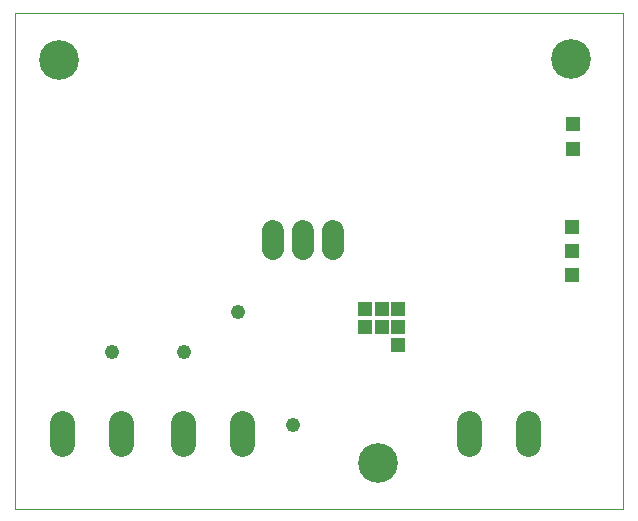
<source format=gbs>
G75*
%MOIN*%
%OFA0B0*%
%FSLAX25Y25*%
%IPPOS*%
%LPD*%
%AMOC8*
5,1,8,0,0,1.08239X$1,22.5*
%
%ADD10C,0.00000*%
%ADD11C,0.07200*%
%ADD12C,0.08460*%
%ADD13C,0.13228*%
%ADD14R,0.04755X0.04755*%
%ADD15C,0.04800*%
D10*
X0083315Y0083451D02*
X0083315Y0248806D01*
X0286071Y0248806D01*
X0286071Y0083451D01*
X0083315Y0083451D01*
X0198787Y0098688D02*
X0198789Y0098836D01*
X0198795Y0098984D01*
X0198805Y0099132D01*
X0198819Y0099279D01*
X0198837Y0099426D01*
X0198858Y0099572D01*
X0198884Y0099718D01*
X0198914Y0099863D01*
X0198947Y0100007D01*
X0198985Y0100150D01*
X0199026Y0100292D01*
X0199071Y0100433D01*
X0199119Y0100573D01*
X0199172Y0100712D01*
X0199228Y0100849D01*
X0199288Y0100984D01*
X0199351Y0101118D01*
X0199418Y0101250D01*
X0199489Y0101380D01*
X0199563Y0101508D01*
X0199640Y0101634D01*
X0199721Y0101758D01*
X0199805Y0101880D01*
X0199892Y0101999D01*
X0199983Y0102116D01*
X0200077Y0102231D01*
X0200173Y0102343D01*
X0200273Y0102453D01*
X0200375Y0102559D01*
X0200481Y0102663D01*
X0200589Y0102764D01*
X0200700Y0102862D01*
X0200813Y0102958D01*
X0200929Y0103050D01*
X0201047Y0103139D01*
X0201168Y0103224D01*
X0201291Y0103307D01*
X0201416Y0103386D01*
X0201543Y0103462D01*
X0201672Y0103534D01*
X0201803Y0103603D01*
X0201936Y0103668D01*
X0202071Y0103729D01*
X0202207Y0103787D01*
X0202344Y0103842D01*
X0202483Y0103892D01*
X0202624Y0103939D01*
X0202765Y0103982D01*
X0202908Y0104022D01*
X0203052Y0104057D01*
X0203196Y0104089D01*
X0203342Y0104116D01*
X0203488Y0104140D01*
X0203635Y0104160D01*
X0203782Y0104176D01*
X0203929Y0104188D01*
X0204077Y0104196D01*
X0204225Y0104200D01*
X0204373Y0104200D01*
X0204521Y0104196D01*
X0204669Y0104188D01*
X0204816Y0104176D01*
X0204963Y0104160D01*
X0205110Y0104140D01*
X0205256Y0104116D01*
X0205402Y0104089D01*
X0205546Y0104057D01*
X0205690Y0104022D01*
X0205833Y0103982D01*
X0205974Y0103939D01*
X0206115Y0103892D01*
X0206254Y0103842D01*
X0206391Y0103787D01*
X0206527Y0103729D01*
X0206662Y0103668D01*
X0206795Y0103603D01*
X0206926Y0103534D01*
X0207055Y0103462D01*
X0207182Y0103386D01*
X0207307Y0103307D01*
X0207430Y0103224D01*
X0207551Y0103139D01*
X0207669Y0103050D01*
X0207785Y0102958D01*
X0207898Y0102862D01*
X0208009Y0102764D01*
X0208117Y0102663D01*
X0208223Y0102559D01*
X0208325Y0102453D01*
X0208425Y0102343D01*
X0208521Y0102231D01*
X0208615Y0102116D01*
X0208706Y0101999D01*
X0208793Y0101880D01*
X0208877Y0101758D01*
X0208958Y0101634D01*
X0209035Y0101508D01*
X0209109Y0101380D01*
X0209180Y0101250D01*
X0209247Y0101118D01*
X0209310Y0100984D01*
X0209370Y0100849D01*
X0209426Y0100712D01*
X0209479Y0100573D01*
X0209527Y0100433D01*
X0209572Y0100292D01*
X0209613Y0100150D01*
X0209651Y0100007D01*
X0209684Y0099863D01*
X0209714Y0099718D01*
X0209740Y0099572D01*
X0209761Y0099426D01*
X0209779Y0099279D01*
X0209793Y0099132D01*
X0209803Y0098984D01*
X0209809Y0098836D01*
X0209811Y0098688D01*
X0209809Y0098540D01*
X0209803Y0098392D01*
X0209793Y0098244D01*
X0209779Y0098097D01*
X0209761Y0097950D01*
X0209740Y0097804D01*
X0209714Y0097658D01*
X0209684Y0097513D01*
X0209651Y0097369D01*
X0209613Y0097226D01*
X0209572Y0097084D01*
X0209527Y0096943D01*
X0209479Y0096803D01*
X0209426Y0096664D01*
X0209370Y0096527D01*
X0209310Y0096392D01*
X0209247Y0096258D01*
X0209180Y0096126D01*
X0209109Y0095996D01*
X0209035Y0095868D01*
X0208958Y0095742D01*
X0208877Y0095618D01*
X0208793Y0095496D01*
X0208706Y0095377D01*
X0208615Y0095260D01*
X0208521Y0095145D01*
X0208425Y0095033D01*
X0208325Y0094923D01*
X0208223Y0094817D01*
X0208117Y0094713D01*
X0208009Y0094612D01*
X0207898Y0094514D01*
X0207785Y0094418D01*
X0207669Y0094326D01*
X0207551Y0094237D01*
X0207430Y0094152D01*
X0207307Y0094069D01*
X0207182Y0093990D01*
X0207055Y0093914D01*
X0206926Y0093842D01*
X0206795Y0093773D01*
X0206662Y0093708D01*
X0206527Y0093647D01*
X0206391Y0093589D01*
X0206254Y0093534D01*
X0206115Y0093484D01*
X0205974Y0093437D01*
X0205833Y0093394D01*
X0205690Y0093354D01*
X0205546Y0093319D01*
X0205402Y0093287D01*
X0205256Y0093260D01*
X0205110Y0093236D01*
X0204963Y0093216D01*
X0204816Y0093200D01*
X0204669Y0093188D01*
X0204521Y0093180D01*
X0204373Y0093176D01*
X0204225Y0093176D01*
X0204077Y0093180D01*
X0203929Y0093188D01*
X0203782Y0093200D01*
X0203635Y0093216D01*
X0203488Y0093236D01*
X0203342Y0093260D01*
X0203196Y0093287D01*
X0203052Y0093319D01*
X0202908Y0093354D01*
X0202765Y0093394D01*
X0202624Y0093437D01*
X0202483Y0093484D01*
X0202344Y0093534D01*
X0202207Y0093589D01*
X0202071Y0093647D01*
X0201936Y0093708D01*
X0201803Y0093773D01*
X0201672Y0093842D01*
X0201543Y0093914D01*
X0201416Y0093990D01*
X0201291Y0094069D01*
X0201168Y0094152D01*
X0201047Y0094237D01*
X0200929Y0094326D01*
X0200813Y0094418D01*
X0200700Y0094514D01*
X0200589Y0094612D01*
X0200481Y0094713D01*
X0200375Y0094817D01*
X0200273Y0094923D01*
X0200173Y0095033D01*
X0200077Y0095145D01*
X0199983Y0095260D01*
X0199892Y0095377D01*
X0199805Y0095496D01*
X0199721Y0095618D01*
X0199640Y0095742D01*
X0199563Y0095868D01*
X0199489Y0095996D01*
X0199418Y0096126D01*
X0199351Y0096258D01*
X0199288Y0096392D01*
X0199228Y0096527D01*
X0199172Y0096664D01*
X0199119Y0096803D01*
X0199071Y0096943D01*
X0199026Y0097084D01*
X0198985Y0097226D01*
X0198947Y0097369D01*
X0198914Y0097513D01*
X0198884Y0097658D01*
X0198858Y0097804D01*
X0198837Y0097950D01*
X0198819Y0098097D01*
X0198805Y0098244D01*
X0198795Y0098392D01*
X0198789Y0098540D01*
X0198787Y0098688D01*
X0262921Y0233333D02*
X0262923Y0233481D01*
X0262929Y0233629D01*
X0262939Y0233777D01*
X0262953Y0233924D01*
X0262971Y0234071D01*
X0262992Y0234217D01*
X0263018Y0234363D01*
X0263048Y0234508D01*
X0263081Y0234652D01*
X0263119Y0234795D01*
X0263160Y0234937D01*
X0263205Y0235078D01*
X0263253Y0235218D01*
X0263306Y0235357D01*
X0263362Y0235494D01*
X0263422Y0235629D01*
X0263485Y0235763D01*
X0263552Y0235895D01*
X0263623Y0236025D01*
X0263697Y0236153D01*
X0263774Y0236279D01*
X0263855Y0236403D01*
X0263939Y0236525D01*
X0264026Y0236644D01*
X0264117Y0236761D01*
X0264211Y0236876D01*
X0264307Y0236988D01*
X0264407Y0237098D01*
X0264509Y0237204D01*
X0264615Y0237308D01*
X0264723Y0237409D01*
X0264834Y0237507D01*
X0264947Y0237603D01*
X0265063Y0237695D01*
X0265181Y0237784D01*
X0265302Y0237869D01*
X0265425Y0237952D01*
X0265550Y0238031D01*
X0265677Y0238107D01*
X0265806Y0238179D01*
X0265937Y0238248D01*
X0266070Y0238313D01*
X0266205Y0238374D01*
X0266341Y0238432D01*
X0266478Y0238487D01*
X0266617Y0238537D01*
X0266758Y0238584D01*
X0266899Y0238627D01*
X0267042Y0238667D01*
X0267186Y0238702D01*
X0267330Y0238734D01*
X0267476Y0238761D01*
X0267622Y0238785D01*
X0267769Y0238805D01*
X0267916Y0238821D01*
X0268063Y0238833D01*
X0268211Y0238841D01*
X0268359Y0238845D01*
X0268507Y0238845D01*
X0268655Y0238841D01*
X0268803Y0238833D01*
X0268950Y0238821D01*
X0269097Y0238805D01*
X0269244Y0238785D01*
X0269390Y0238761D01*
X0269536Y0238734D01*
X0269680Y0238702D01*
X0269824Y0238667D01*
X0269967Y0238627D01*
X0270108Y0238584D01*
X0270249Y0238537D01*
X0270388Y0238487D01*
X0270525Y0238432D01*
X0270661Y0238374D01*
X0270796Y0238313D01*
X0270929Y0238248D01*
X0271060Y0238179D01*
X0271189Y0238107D01*
X0271316Y0238031D01*
X0271441Y0237952D01*
X0271564Y0237869D01*
X0271685Y0237784D01*
X0271803Y0237695D01*
X0271919Y0237603D01*
X0272032Y0237507D01*
X0272143Y0237409D01*
X0272251Y0237308D01*
X0272357Y0237204D01*
X0272459Y0237098D01*
X0272559Y0236988D01*
X0272655Y0236876D01*
X0272749Y0236761D01*
X0272840Y0236644D01*
X0272927Y0236525D01*
X0273011Y0236403D01*
X0273092Y0236279D01*
X0273169Y0236153D01*
X0273243Y0236025D01*
X0273314Y0235895D01*
X0273381Y0235763D01*
X0273444Y0235629D01*
X0273504Y0235494D01*
X0273560Y0235357D01*
X0273613Y0235218D01*
X0273661Y0235078D01*
X0273706Y0234937D01*
X0273747Y0234795D01*
X0273785Y0234652D01*
X0273818Y0234508D01*
X0273848Y0234363D01*
X0273874Y0234217D01*
X0273895Y0234071D01*
X0273913Y0233924D01*
X0273927Y0233777D01*
X0273937Y0233629D01*
X0273943Y0233481D01*
X0273945Y0233333D01*
X0273943Y0233185D01*
X0273937Y0233037D01*
X0273927Y0232889D01*
X0273913Y0232742D01*
X0273895Y0232595D01*
X0273874Y0232449D01*
X0273848Y0232303D01*
X0273818Y0232158D01*
X0273785Y0232014D01*
X0273747Y0231871D01*
X0273706Y0231729D01*
X0273661Y0231588D01*
X0273613Y0231448D01*
X0273560Y0231309D01*
X0273504Y0231172D01*
X0273444Y0231037D01*
X0273381Y0230903D01*
X0273314Y0230771D01*
X0273243Y0230641D01*
X0273169Y0230513D01*
X0273092Y0230387D01*
X0273011Y0230263D01*
X0272927Y0230141D01*
X0272840Y0230022D01*
X0272749Y0229905D01*
X0272655Y0229790D01*
X0272559Y0229678D01*
X0272459Y0229568D01*
X0272357Y0229462D01*
X0272251Y0229358D01*
X0272143Y0229257D01*
X0272032Y0229159D01*
X0271919Y0229063D01*
X0271803Y0228971D01*
X0271685Y0228882D01*
X0271564Y0228797D01*
X0271441Y0228714D01*
X0271316Y0228635D01*
X0271189Y0228559D01*
X0271060Y0228487D01*
X0270929Y0228418D01*
X0270796Y0228353D01*
X0270661Y0228292D01*
X0270525Y0228234D01*
X0270388Y0228179D01*
X0270249Y0228129D01*
X0270108Y0228082D01*
X0269967Y0228039D01*
X0269824Y0227999D01*
X0269680Y0227964D01*
X0269536Y0227932D01*
X0269390Y0227905D01*
X0269244Y0227881D01*
X0269097Y0227861D01*
X0268950Y0227845D01*
X0268803Y0227833D01*
X0268655Y0227825D01*
X0268507Y0227821D01*
X0268359Y0227821D01*
X0268211Y0227825D01*
X0268063Y0227833D01*
X0267916Y0227845D01*
X0267769Y0227861D01*
X0267622Y0227881D01*
X0267476Y0227905D01*
X0267330Y0227932D01*
X0267186Y0227964D01*
X0267042Y0227999D01*
X0266899Y0228039D01*
X0266758Y0228082D01*
X0266617Y0228129D01*
X0266478Y0228179D01*
X0266341Y0228234D01*
X0266205Y0228292D01*
X0266070Y0228353D01*
X0265937Y0228418D01*
X0265806Y0228487D01*
X0265677Y0228559D01*
X0265550Y0228635D01*
X0265425Y0228714D01*
X0265302Y0228797D01*
X0265181Y0228882D01*
X0265063Y0228971D01*
X0264947Y0229063D01*
X0264834Y0229159D01*
X0264723Y0229257D01*
X0264615Y0229358D01*
X0264509Y0229462D01*
X0264407Y0229568D01*
X0264307Y0229678D01*
X0264211Y0229790D01*
X0264117Y0229905D01*
X0264026Y0230022D01*
X0263939Y0230141D01*
X0263855Y0230263D01*
X0263774Y0230387D01*
X0263697Y0230513D01*
X0263623Y0230641D01*
X0263552Y0230771D01*
X0263485Y0230903D01*
X0263422Y0231037D01*
X0263362Y0231172D01*
X0263306Y0231309D01*
X0263253Y0231448D01*
X0263205Y0231588D01*
X0263160Y0231729D01*
X0263119Y0231871D01*
X0263081Y0232014D01*
X0263048Y0232158D01*
X0263018Y0232303D01*
X0262992Y0232449D01*
X0262971Y0232595D01*
X0262953Y0232742D01*
X0262939Y0232889D01*
X0262929Y0233037D01*
X0262923Y0233185D01*
X0262921Y0233333D01*
X0092488Y0232940D02*
X0092490Y0233088D01*
X0092496Y0233236D01*
X0092506Y0233384D01*
X0092520Y0233531D01*
X0092538Y0233678D01*
X0092559Y0233824D01*
X0092585Y0233970D01*
X0092615Y0234115D01*
X0092648Y0234259D01*
X0092686Y0234402D01*
X0092727Y0234544D01*
X0092772Y0234685D01*
X0092820Y0234825D01*
X0092873Y0234964D01*
X0092929Y0235101D01*
X0092989Y0235236D01*
X0093052Y0235370D01*
X0093119Y0235502D01*
X0093190Y0235632D01*
X0093264Y0235760D01*
X0093341Y0235886D01*
X0093422Y0236010D01*
X0093506Y0236132D01*
X0093593Y0236251D01*
X0093684Y0236368D01*
X0093778Y0236483D01*
X0093874Y0236595D01*
X0093974Y0236705D01*
X0094076Y0236811D01*
X0094182Y0236915D01*
X0094290Y0237016D01*
X0094401Y0237114D01*
X0094514Y0237210D01*
X0094630Y0237302D01*
X0094748Y0237391D01*
X0094869Y0237476D01*
X0094992Y0237559D01*
X0095117Y0237638D01*
X0095244Y0237714D01*
X0095373Y0237786D01*
X0095504Y0237855D01*
X0095637Y0237920D01*
X0095772Y0237981D01*
X0095908Y0238039D01*
X0096045Y0238094D01*
X0096184Y0238144D01*
X0096325Y0238191D01*
X0096466Y0238234D01*
X0096609Y0238274D01*
X0096753Y0238309D01*
X0096897Y0238341D01*
X0097043Y0238368D01*
X0097189Y0238392D01*
X0097336Y0238412D01*
X0097483Y0238428D01*
X0097630Y0238440D01*
X0097778Y0238448D01*
X0097926Y0238452D01*
X0098074Y0238452D01*
X0098222Y0238448D01*
X0098370Y0238440D01*
X0098517Y0238428D01*
X0098664Y0238412D01*
X0098811Y0238392D01*
X0098957Y0238368D01*
X0099103Y0238341D01*
X0099247Y0238309D01*
X0099391Y0238274D01*
X0099534Y0238234D01*
X0099675Y0238191D01*
X0099816Y0238144D01*
X0099955Y0238094D01*
X0100092Y0238039D01*
X0100228Y0237981D01*
X0100363Y0237920D01*
X0100496Y0237855D01*
X0100627Y0237786D01*
X0100756Y0237714D01*
X0100883Y0237638D01*
X0101008Y0237559D01*
X0101131Y0237476D01*
X0101252Y0237391D01*
X0101370Y0237302D01*
X0101486Y0237210D01*
X0101599Y0237114D01*
X0101710Y0237016D01*
X0101818Y0236915D01*
X0101924Y0236811D01*
X0102026Y0236705D01*
X0102126Y0236595D01*
X0102222Y0236483D01*
X0102316Y0236368D01*
X0102407Y0236251D01*
X0102494Y0236132D01*
X0102578Y0236010D01*
X0102659Y0235886D01*
X0102736Y0235760D01*
X0102810Y0235632D01*
X0102881Y0235502D01*
X0102948Y0235370D01*
X0103011Y0235236D01*
X0103071Y0235101D01*
X0103127Y0234964D01*
X0103180Y0234825D01*
X0103228Y0234685D01*
X0103273Y0234544D01*
X0103314Y0234402D01*
X0103352Y0234259D01*
X0103385Y0234115D01*
X0103415Y0233970D01*
X0103441Y0233824D01*
X0103462Y0233678D01*
X0103480Y0233531D01*
X0103494Y0233384D01*
X0103504Y0233236D01*
X0103510Y0233088D01*
X0103512Y0232940D01*
X0103510Y0232792D01*
X0103504Y0232644D01*
X0103494Y0232496D01*
X0103480Y0232349D01*
X0103462Y0232202D01*
X0103441Y0232056D01*
X0103415Y0231910D01*
X0103385Y0231765D01*
X0103352Y0231621D01*
X0103314Y0231478D01*
X0103273Y0231336D01*
X0103228Y0231195D01*
X0103180Y0231055D01*
X0103127Y0230916D01*
X0103071Y0230779D01*
X0103011Y0230644D01*
X0102948Y0230510D01*
X0102881Y0230378D01*
X0102810Y0230248D01*
X0102736Y0230120D01*
X0102659Y0229994D01*
X0102578Y0229870D01*
X0102494Y0229748D01*
X0102407Y0229629D01*
X0102316Y0229512D01*
X0102222Y0229397D01*
X0102126Y0229285D01*
X0102026Y0229175D01*
X0101924Y0229069D01*
X0101818Y0228965D01*
X0101710Y0228864D01*
X0101599Y0228766D01*
X0101486Y0228670D01*
X0101370Y0228578D01*
X0101252Y0228489D01*
X0101131Y0228404D01*
X0101008Y0228321D01*
X0100883Y0228242D01*
X0100756Y0228166D01*
X0100627Y0228094D01*
X0100496Y0228025D01*
X0100363Y0227960D01*
X0100228Y0227899D01*
X0100092Y0227841D01*
X0099955Y0227786D01*
X0099816Y0227736D01*
X0099675Y0227689D01*
X0099534Y0227646D01*
X0099391Y0227606D01*
X0099247Y0227571D01*
X0099103Y0227539D01*
X0098957Y0227512D01*
X0098811Y0227488D01*
X0098664Y0227468D01*
X0098517Y0227452D01*
X0098370Y0227440D01*
X0098222Y0227432D01*
X0098074Y0227428D01*
X0097926Y0227428D01*
X0097778Y0227432D01*
X0097630Y0227440D01*
X0097483Y0227452D01*
X0097336Y0227468D01*
X0097189Y0227488D01*
X0097043Y0227512D01*
X0096897Y0227539D01*
X0096753Y0227571D01*
X0096609Y0227606D01*
X0096466Y0227646D01*
X0096325Y0227689D01*
X0096184Y0227736D01*
X0096045Y0227786D01*
X0095908Y0227841D01*
X0095772Y0227899D01*
X0095637Y0227960D01*
X0095504Y0228025D01*
X0095373Y0228094D01*
X0095244Y0228166D01*
X0095117Y0228242D01*
X0094992Y0228321D01*
X0094869Y0228404D01*
X0094748Y0228489D01*
X0094630Y0228578D01*
X0094514Y0228670D01*
X0094401Y0228766D01*
X0094290Y0228864D01*
X0094182Y0228965D01*
X0094076Y0229069D01*
X0093974Y0229175D01*
X0093874Y0229285D01*
X0093778Y0229397D01*
X0093684Y0229512D01*
X0093593Y0229629D01*
X0093506Y0229748D01*
X0093422Y0229870D01*
X0093341Y0229994D01*
X0093264Y0230120D01*
X0093190Y0230248D01*
X0093119Y0230378D01*
X0093052Y0230510D01*
X0092989Y0230644D01*
X0092929Y0230779D01*
X0092873Y0230916D01*
X0092820Y0231055D01*
X0092772Y0231195D01*
X0092727Y0231336D01*
X0092686Y0231478D01*
X0092648Y0231621D01*
X0092615Y0231765D01*
X0092585Y0231910D01*
X0092559Y0232056D01*
X0092538Y0232202D01*
X0092520Y0232349D01*
X0092506Y0232496D01*
X0092496Y0232644D01*
X0092490Y0232792D01*
X0092488Y0232940D01*
D11*
X0169103Y0175940D02*
X0169103Y0169940D01*
X0179103Y0169940D02*
X0179103Y0175940D01*
X0189103Y0175940D02*
X0189103Y0169940D01*
D12*
X0159024Y0112055D02*
X0159024Y0105005D01*
X0139339Y0105005D02*
X0139339Y0112055D01*
X0118473Y0112055D02*
X0118473Y0105005D01*
X0098788Y0105005D02*
X0098788Y0112055D01*
X0234614Y0112055D02*
X0234614Y0105005D01*
X0254299Y0105005D02*
X0254299Y0112055D01*
D13*
X0204299Y0098688D03*
X0268433Y0233333D03*
X0098000Y0232940D03*
D14*
X0199969Y0149869D03*
X0205481Y0149869D03*
X0210992Y0149869D03*
X0210992Y0143963D03*
X0205481Y0143963D03*
X0199969Y0143963D03*
X0210992Y0138058D03*
X0268866Y0161286D03*
X0268866Y0169160D03*
X0268866Y0177428D03*
X0269260Y0203412D03*
X0269260Y0211680D03*
D15*
X0175756Y0111286D03*
X0139693Y0135735D03*
X0157449Y0148885D03*
X0115717Y0135696D03*
M02*

</source>
